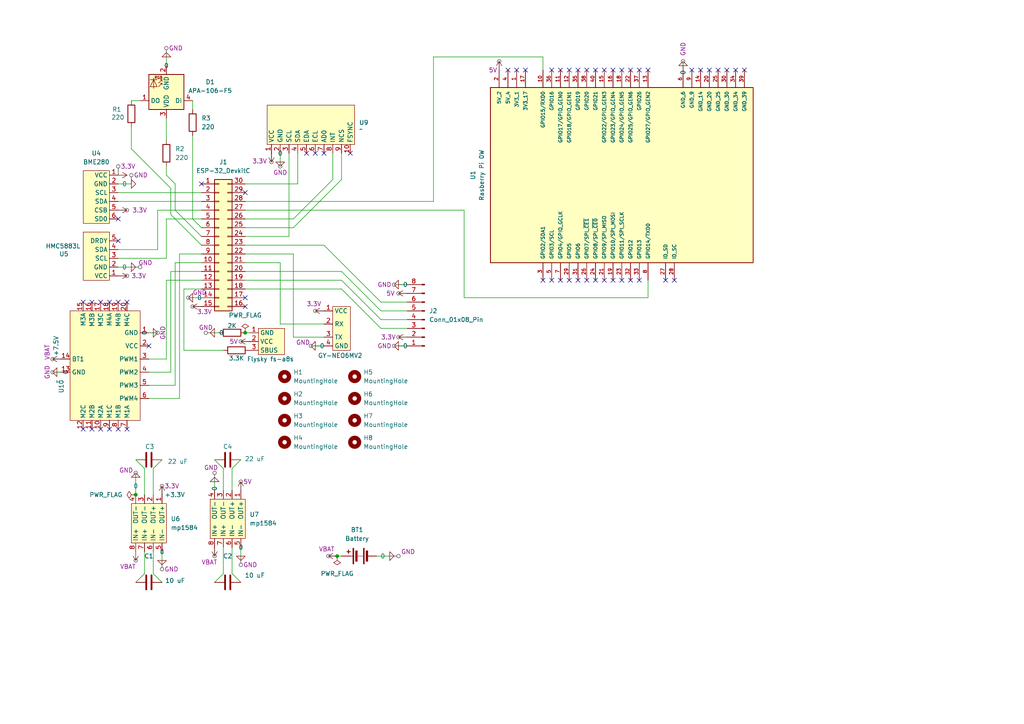
<source format=kicad_sch>
(kicad_sch (version 20250114) (generator "eeschema") (generator_version "9.0")
  (paper "A4")
  (lib_symbols
    (symbol "4x1_ESC:4x1_ESC"
      (property "Reference" "U" (at 0 5.08 0))
      (symbol "4x1_ESC_1_1"
        (rectangle (start -12.7 -6.35) (end 19.05 -26.67) (fill (type background)))
        (pin power_out line (at -15.24 -10.16 0) (length 2.54) (name "M4C") (number "20"))
        (pin power_out line (at -15.24 -12.7 0) (length 2.54) (name "M4B") (number "19"))
        (pin power_out line (at -15.24 -15.24 0) (length 2.54) (name "M4A") (number "18"))
        (pin power_out line (at -15.24 -17.78 0) (length 2.54) (name "M3C") (number "17"))
        (pin power_out line (at -15.24 -20.32 0) (length 2.54) (name "M3B") (number "16"))
        (pin power_out line (at -15.24 -22.86 0) (length 2.54) (name "M3A") (number "15"))
        (pin power_in line (at -6.35 -3.81 270) (length 2.54) (name "GND") (number "1"))
        (pin power_in line (at -2.54 -3.81 270) (length 2.54) (name "VCC") (number "2"))
        (pin input line (at 1.27 -3.81 270) (length 2.54) (name "PWM1") (number "3"))
        (pin power_in line (at 1.27 -29.21 90) (length 2.54) (name "BT1") (number "14"))
        (pin input line (at 5.08 -3.81 270) (length 2.54) (name "PWM2") (number "4"))
        (pin power_in line (at 5.08 -29.21 90) (length 2.54) (name "GND") (number "13"))
        (pin input line (at 8.89 -3.81 270) (length 2.54) (name "PWM3") (number "5"))
        (pin input line (at 12.7 -3.81 270) (length 2.54) (name "PWM4") (number "6"))
        (pin power_out line (at 21.59 -10.16 180) (length 2.54) (name "M1A") (number "7"))
        (pin power_out line (at 21.59 -12.7 180) (length 2.54) (name "M1B") (number "8"))
        (pin power_out line (at 21.59 -15.24 180) (length 2.54) (name "M1C") (number "9"))
        (pin power_out line (at 21.59 -17.78 180) (length 2.54) (name "M2A") (number "10"))
        (pin power_out line (at 21.59 -20.32 180) (length 2.54) (name "M2B") (number "11"))
        (pin power_out line (at 21.59 -22.86 180) (length 2.54) (name "M2C") (number "12"))
      )
    )
    (symbol "BME280:BME280m"
      (property "Reference" "U" (at 0 0 0))
      (property "Value" "BME280" (at 0 0 0))
      (symbol "BME280m_1_1"
        (rectangle (start -7.62 -2.54) (end 0 -17.78) (fill (type background)))
        (pin power_in line (at 2.54 -3.81 180) (length 2.54) (name "VCC") (number "1"))
        (pin power_in line (at 2.54 -6.35 180) (length 2.54) (name "GND") (number "2"))
        (pin input line (at 2.54 -8.89 180) (length 2.54) (name "SCL") (number "3"))
        (pin bidirectional line (at 2.54 -11.43 180) (length 2.54) (name "SDA") (number "4"))
        (pin input line (at 2.54 -13.97 180) (length 2.54) (name "CSB") (number "5"))
        (pin output line (at 2.54 -16.51 180) (length 2.54) (name "SD0") (number "6"))
      )
    )
    (symbol "Connector:Conn_01x08_Pin" (pin_names (offset 1.016) (hide yes))
      (property "Reference" "J" (at 0 10.16 0))
      (property "Value" "Conn_01x08_Pin" (at 0 -12.7 0))
      (symbol "Conn_01x08_Pin_1_1"
        (rectangle (start 0.8636 7.747) (end 0 7.493) (stroke (width 0.1524)) (fill (type outline)))
        (rectangle (start 0.8636 5.207) (end 0 4.953) (stroke (width 0.1524)) (fill (type outline)))
        (rectangle (start 0.8636 2.667) (end 0 2.413) (stroke (width 0.1524)) (fill (type outline)))
        (rectangle (start 0.8636 0.127) (end 0 -0.127) (stroke (width 0.1524)) (fill (type outline)))
        (rectangle (start 0.8636 -2.413) (end 0 -2.667) (stroke (width 0.1524)) (fill (type outline)))
        (rectangle (start 0.8636 -4.953) (end 0 -5.207) (stroke (width 0.1524)) (fill (type outline)))
        (rectangle (start 0.8636 -7.493) (end 0 -7.747) (stroke (width 0.1524)) (fill (type outline)))
        (rectangle (start 0.8636 -10.033) (end 0 -10.287) (stroke (width 0.1524)) (fill (type outline)))
        (polyline (pts (xy 1.27 7.62) (xy 0.8636 7.62)) (stroke (width 0.1524)))
        (polyline (pts (xy 1.27 5.08) (xy 0.8636 5.08)) (stroke (width 0.1524)))
        (polyline (pts (xy 1.27 2.54) (xy 0.8636 2.54)) (stroke (width 0.1524)))
        (polyline (pts (xy 1.27 0) (xy 0.8636 0)) (stroke (width 0.1524)))
        (polyline (pts (xy 1.27 -2.54) (xy 0.8636 -2.54)) (stroke (width 0.1524)))
        (polyline (pts (xy 1.27 -5.08) (xy 0.8636 -5.08)) (stroke (width 0.1524)))
        (polyline (pts (xy 1.27 -7.62) (xy 0.8636 -7.62)) (stroke (width 0.1524)))
        (polyline (pts (xy 1.27 -10.16) (xy 0.8636 -10.16)) (stroke (width 0.1524)))
        (pin passive line (at 5.08 7.62 180) (length 3.81) (name "Pin_1") (number "1"))
        (pin passive line (at 5.08 5.08 180) (length 3.81) (name "Pin_2") (number "2"))
        (pin passive line (at 5.08 2.54 180) (length 3.81) (name "Pin_3") (number "3"))
        (pin passive line (at 5.08 0 180) (length 3.81) (name "Pin_4") (number "4"))
        (pin passive line (at 5.08 -2.54 180) (length 3.81) (name "Pin_5") (number "5"))
        (pin passive line (at 5.08 -5.08 180) (length 3.81) (name "Pin_6") (number "6"))
        (pin passive line (at 5.08 -7.62 180) (length 3.81) (name "Pin_7") (number "7"))
        (pin passive line (at 5.08 -10.16 180) (length 3.81) (name "Pin_8") (number "8"))
      )
    )
    (symbol "Connector_Generic:Conn_02x15_Counter_Clockwise" (pin_names (offset 1.016) (hide yes))
      (property "Reference" "J" (at 1.27 20.32 0))
      (property "Value" "Conn_02x15_Counter_Clockwise" (at 1.27 -20.32 0))
      (symbol "Conn_02x15_Counter_Clockwise_1_1"
        (rectangle (start -1.27 19.05) (end 3.81 -19.05) (stroke (width 0.254)) (fill (type background)))
        (rectangle (start -1.27 17.907) (end 0 17.653) (stroke (width 0.1524)))
        (rectangle (start -1.27 15.367) (end 0 15.113) (stroke (width 0.1524)))
        (rectangle (start -1.27 12.827) (end 0 12.573) (stroke (width 0.1524)))
        (rectangle (start -1.27 10.287) (end 0 10.033) (stroke (width 0.1524)))
        (rectangle (start -1.27 7.747) (end 0 7.493) (stroke (width 0.1524)))
        (rectangle (start -1.27 5.207) (end 0 4.953) (stroke (width 0.1524)))
        (rectangle (start -1.27 2.667) (end 0 2.413) (stroke (width 0.1524)))
        (rectangle (start -1.27 0.127) (end 0 -0.127) (stroke (width 0.1524)))
        (rectangle (start -1.27 -2.413) (end 0 -2.667) (stroke (width 0.1524)))
        (rectangle (start -1.27 -4.953) (end 0 -5.207) (stroke (width 0.1524)))
        (rectangle (start -1.27 -7.493) (end 0 -7.747) (stroke (width 0.1524)))
        (rectangle (start -1.27 -10.033) (end 0 -10.287) (stroke (width 0.1524)))
        (rectangle (start -1.27 -12.573) (end 0 -12.827) (stroke (width 0.1524)))
        (rectangle (start -1.27 -15.113) (end 0 -15.367) (stroke (width 0.1524)))
        (rectangle (start -1.27 -17.653) (end 0 -17.907) (stroke (width 0.1524)))
        (rectangle (start 3.81 17.907) (end 2.54 17.653) (stroke (width 0.1524)))
        (rectangle (start 3.81 15.367) (end 2.54 15.113) (stroke (width 0.1524)))
        (rectangle (start 3.81 12.827) (end 2.54 12.573) (stroke (width 0.1524)))
        (rectangle (start 3.81 10.287) (end 2.54 10.033) (stroke (width 0.1524)))
        (rectangle (start 3.81 7.747) (end 2.54 7.493) (stroke (width 0.1524)))
        (rectangle (start 3.81 5.207) (end 2.54 4.953) (stroke (width 0.1524)))
        (rectangle (start 3.81 2.667) (end 2.54 2.413) (stroke (width 0.1524)))
        (rectangle (start 3.81 0.127) (end 2.54 -0.127) (stroke (width 0.1524)))
        (rectangle (start 3.81 -2.413) (end 2.54 -2.667) (stroke (width 0.1524)))
        (rectangle (start 3.81 -4.953) (end 2.54 -5.207) (stroke (width 0.1524)))
        (rectangle (start 3.81 -7.493) (end 2.54 -7.747) (stroke (width 0.1524)))
        (rectangle (start 3.81 -10.033) (end 2.54 -10.287) (stroke (width 0.1524)))
        (rectangle (start 3.81 -12.573) (end 2.54 -12.827) (stroke (width 0.1524)))
        (rectangle (start 3.81 -15.113) (end 2.54 -15.367) (stroke (width 0.1524)))
        (rectangle (start 3.81 -17.653) (end 2.54 -17.907) (stroke (width 0.1524)))
        (pin passive line (at -5.08 17.78 0) (length 3.81) (name "Pin_1") (number "1"))
        (pin passive line (at -5.08 15.24 0) (length 3.81) (name "Pin_2") (number "2"))
        (pin passive line (at -5.08 12.7 0) (length 3.81) (name "Pin_3") (number "3"))
        (pin passive line (at -5.08 10.16 0) (length 3.81) (name "Pin_4") (number "4"))
        (pin passive line (at -5.08 7.62 0) (length 3.81) (name "Pin_5") (number "5"))
        (pin passive line (at -5.08 5.08 0) (length 3.81) (name "Pin_6") (number "6"))
        (pin passive line (at -5.08 2.54 0) (length 3.81) (name "Pin_7") (number "7"))
        (pin passive line (at -5.08 0 0) (length 3.81) (name "Pin_8") (number "8"))
        (pin passive line (at -5.08 -2.54 0) (length 3.81) (name "Pin_9") (number "9"))
        (pin passive line (at -5.08 -5.08 0) (length 3.81) (name "Pin_10") (number "10"))
        (pin passive line (at -5.08 -7.62 0) (length 3.81) (name "Pin_11") (number "11"))
        (pin passive line (at -5.08 -10.16 0) (length 3.81) (name "Pin_12") (number "12"))
        (pin passive line (at -5.08 -12.7 0) (length 3.81) (name "Pin_13") (number "13"))
        (pin passive line (at -5.08 -15.24 0) (length 3.81) (name "Pin_14") (number "14"))
        (pin passive line (at -5.08 -17.78 0) (length 3.81) (name "Pin_15") (number "15"))
        (pin passive line (at 7.62 17.78 180) (length 3.81) (name "Pin_30") (number "30"))
        (pin passive line (at 7.62 15.24 180) (length 3.81) (name "Pin_29") (number "29"))
        (pin passive line (at 7.62 12.7 180) (length 3.81) (name "Pin_28") (number "28"))
        (pin passive line (at 7.62 10.16 180) (length 3.81) (name "Pin_27") (number "27"))
        (pin passive line (at 7.62 7.62 180) (length 3.81) (name "Pin_26") (number "26"))
        (pin passive line (at 7.62 5.08 180) (length 3.81) (name "Pin_25") (number "25"))
        (pin passive line (at 7.62 2.54 180) (length 3.81) (name "Pin_24") (number "24"))
        (pin passive line (at 7.62 0 180) (length 3.81) (name "Pin_23") (number "23"))
        (pin passive line (at 7.62 -2.54 180) (length 3.81) (name "Pin_22") (number "22"))
        (pin passive line (at 7.62 -5.08 180) (length 3.81) (name "Pin_21") (number "21"))
        (pin passive line (at 7.62 -7.62 180) (length 3.81) (name "Pin_20") (number "20"))
        (pin passive line (at 7.62 -10.16 180) (length 3.81) (name "Pin_19") (number "19"))
        (pin passive line (at 7.62 -12.7 180) (length 3.81) (name "Pin_18") (number "18"))
        (pin passive line (at 7.62 -15.24 180) (length 3.81) (name "Pin_17") (number "17"))
        (pin passive line (at 7.62 -17.78 180) (length 3.81) (name "Pin_16") (number "16"))
      )
    )
    (symbol "Device:Battery" (pin_numbers (hide yes)) (pin_names (offset 0) (hide yes))
      (property "Reference" "BT" (at 2.54 2.54 0))
      (property "Value" "Battery" (at 2.54 0 0))
      (symbol "Battery_0_1"
        (rectangle (start -2.286 1.778) (end 2.286 1.524) (fill (type outline)))
        (rectangle (start -2.286 -1.27) (end 2.286 -1.524) (fill (type outline)))
        (rectangle (start -1.524 1.016) (end 1.524 0.508) (fill (type outline)))
        (rectangle (start -1.524 -2.032) (end 1.524 -2.54) (fill (type outline)))
        (polyline (pts (xy 0 1.778) (xy 0 2.54)))
        (polyline (pts (xy 0 0) (xy 0 0.254)))
        (polyline (pts (xy 0 -0.508) (xy 0 -0.254)))
        (polyline (pts (xy 0 -1.016) (xy 0 -0.762)))
        (polyline (pts (xy 0.762 3.048) (xy 1.778 3.048)) (stroke (width 0.254)))
        (polyline (pts (xy 1.27 3.556) (xy 1.27 2.54)) (stroke (width 0.254)))
      )
      (symbol "Battery_1_1"
        (pin passive line (at 0 5.08 270) (length 2.54) (name "+") (number "1"))
        (pin passive line (at 0 -5.08 90) (length 2.54) (name "-") (number "2"))
      )
    )
    (symbol "Device:C" (pin_numbers (hide yes)) (pin_names (offset 0.254))
      (property "Reference" "C" (at 0.635 2.54 0))
      (property "Value" "C" (at 0.635 -2.54 0))
      (symbol "C_0_1"
        (polyline (pts (xy -2.032 0.762) (xy 2.032 0.762)) (stroke (width 0.508)))
        (polyline (pts (xy -2.032 -0.762) (xy 2.032 -0.762)) (stroke (width 0.508)))
      )
      (symbol "C_1_1"
        (pin passive line (at 0 3.81 270) (length 2.794) (name "~") (number "1"))
        (pin passive line (at 0 -3.81 90) (length 2.794) (name "~") (number "2"))
      )
    )
    (symbol "Device:R" (pin_numbers (hide yes)) (pin_names (offset 0))
      (property "Reference" "R" (at 2.032 0 90))
      (property "Value" "R" (at 0 0 90))
      (symbol "R_0_1"
        (rectangle (start -1.016 -2.54) (end 1.016 2.54) (stroke (width 0.254)))
      )
      (symbol "R_1_1"
        (pin passive line (at 0 3.81 270) (length 1.27) (name "~") (number "1"))
        (pin passive line (at 0 -3.81 90) (length 1.27) (name "~") (number "2"))
      )
    )
    (symbol "GY-NEO6MV2:GY-NEO6MV2m"
      (property "Reference" "U" (at 0 0 0))
      (property "Value" "GY-NEO6MV2" (at 0 0 0))
      (symbol "GY-NEO6MV2m_1_1"
        (rectangle (start -6.35 -2.54) (end 6.35 -7.62) (fill (type background)))
        (pin power_in line (at -5.08 -10.16 90) (length 2.54) (name "VCC") (number "1"))
        (pin input line (at -1.27 -10.16 90) (length 2.54) (name "RX") (number "2"))
        (pin output line (at 2.54 -10.16 90) (length 2.54) (name "TX") (number "3"))
        (pin power_in line (at 5.08 -10.16 90) (length 2.54) (name "GND") (number "4"))
      )
    )
    (symbol "HMC5883L_module:HMC5883Lm"
      (property "Reference" "U" (at 0 0 0))
      (property "Value" "HMC5883L" (at 0 0 0))
      (symbol "HMC5883Lm_1_1"
        (rectangle (start 0 -2.54) (end 7.62 -16.51) (fill (type background)))
        (pin input line (at -2.54 -3.81 0) (length 2.54) (name "VCC") (number "1"))
        (pin power_in line (at -2.54 -6.35 0) (length 2.54) (name "GND") (number "2"))
        (pin input line (at -2.54 -8.89 0) (length 2.54) (name "SCL") (number "3"))
        (pin bidirectional line (at -2.54 -11.43 0) (length 2.54) (name "SDA") (number "4"))
        (pin output line (at -2.54 -13.97 0) (length 2.54) (name "DRDY") (number "5"))
      )
    )
    (symbol "LED:APA-106-F5"
      (property "Reference" "D" (at 5.08 5.715 0))
      (property "Value" "APA-106-F5" (at 1.27 -5.715 0))
      (symbol "APA-106-F5_0_0"
        (text "RGB" (at 2.286 -4.191 0) (effects (font (size 0.762 0.762))))
      )
      (symbol "APA-106-F5_0_1"
        (polyline (pts (xy 1.27 -2.54) (xy 1.778 -2.54)))
        (polyline (pts (xy 1.27 -3.556) (xy 1.778 -3.556)))
        (polyline (pts (xy 2.286 -1.524) (xy 1.27 -2.54) (xy 1.27 -2.032)))
        (polyline (pts (xy 2.286 -2.54) (xy 1.27 -3.556) (xy 1.27 -3.048)))
        (polyline (pts (xy 3.683 -1.016) (xy 3.683 -3.556) (xy 3.683 -4.064)))
        (polyline (pts (xy 4.699 -1.524) (xy 2.667 -1.524) (xy 3.683 -3.556) (xy 4.699 -1.524)))
        (polyline (pts (xy 4.699 -3.556) (xy 2.667 -3.556)))
        (rectangle (start 5.08 5.08) (end -5.08 -5.08) (stroke (width 0.254)) (fill (type background)))
      )
      (symbol "APA-106-F5_1_1"
        (pin input line (at -7.62 2.54 0) (length 2.54) (name "DI") (number "4"))
        (pin power_in line (at 0 7.62 270) (length 2.54) (name "VDD") (number "3"))
        (pin power_in line (at 0 -7.62 90) (length 2.54) (name "GND") (number "2"))
        (pin output line (at 7.62 2.54 180) (length 2.54) (name "DO") (number "1"))
      )
    )
    (symbol "MPU6500:MPU6500m"
      (property "Reference" "U" (at 0 0 0))
      (symbol "MPU6500m_1_1"
        (rectangle (start 0 -2.54) (end 11.43 -27.94) (fill (type background)))
        (pin power_in line (at -2.54 -3.81 0) (length 2.54) (name "VCC") (number "1"))
        (pin power_in line (at -2.54 -6.35 0) (length 2.54) (name "GND") (number "2"))
        (pin input line (at -2.54 -8.89 0) (length 2.54) (name "SCL") (number "3"))
        (pin bidirectional line (at -2.54 -11.43 0) (length 2.54) (name "SDA") (number "4"))
        (pin bidirectional line (at -2.54 -13.97 0) (length 2.54) (name "EDA") (number "5"))
        (pin output line (at -2.54 -16.51 0) (length 2.54) (name "ECL") (number "6"))
        (pin input line (at -2.54 -19.05 0) (length 2.54) (name "AD0") (number "7"))
        (pin output line (at -2.54 -21.59 0) (length 2.54) (name "INT") (number "8"))
        (pin input line (at -2.54 -24.13 0) (length 2.54) (name "NCS") (number "9"))
        (pin input line (at -2.54 -26.67 0) (length 2.54) (name "FSYNC") (number "10"))
      )
    )
    (symbol "Mechanical:MountingHole" (pin_names (offset 1.016)) (exclude_from_sim yes) (in_bom no)
      (property "Reference" "H" (at 0 5.08 0))
      (property "Value" "MountingHole" (at 0 3.175 0))
      (symbol "MountingHole_0_1"
        (circle (center 0 0) (radius 1.27) (stroke (width 1.27)))
      )
    )
    (symbol "Rasberry Pi 0W:SC0065" (pin_names (offset 1.016))
      (property "Reference" "U" (at -25.42 39.3962 0))
      (property "Value" "SC0065" (at -25.4191 -40.6687 0))
      (symbol "SC0065_0_0"
        (rectangle (start -25.4 -38.1) (end 25.4 38.1) (stroke (width 0.254)) (fill (type background)))
        (pin bidirectional line (at -30.48 22.86 0) (length 5.08) (name "GPIO2/SDA1") (number "3"))
        (pin bidirectional line (at -30.48 20.32 0) (length 5.08) (name "GPIO3/SCL") (number "5"))
        (pin bidirectional line (at -30.48 17.78 0) (length 5.08) (name "GPIO4/GPIO_GCLK") (number "7"))
        (pin bidirectional line (at -30.48 15.24 0) (length 5.08) (name "GPIO5") (number "29"))
        (pin bidirectional line (at -30.48 12.7 0) (length 5.08) (name "GPIO6") (number "31"))
        (pin bidirectional line (at -30.48 10.16 0) (length 5.08) (name "GPIO7/SPI_~{CE1}") (number "26"))
        (pin bidirectional line (at -30.48 7.62 0) (length 5.08) (name "GPIO8/SPI_~{CE0}") (number "24"))
        (pin bidirectional line (at -30.48 5.08 0) (length 5.08) (name "GPIO9/SPI_MISO") (number "21"))
        (pin bidirectional line (at -30.48 2.54 0) (length 5.08) (name "GPIO10/SPI_MOSI") (number "19"))
        (pin bidirectional line (at -30.48 0 0) (length 5.08) (name "GPIO11/SPI_SCLK") (number "23"))
        (pin bidirectional line (at -30.48 -2.54 0) (length 5.08) (name "GPIO12") (number "32"))
        (pin bidirectional line (at -30.48 -5.08 0) (length 5.08) (name "GPIO13") (number "33"))
        (pin bidirectional line (at -30.48 -7.62 0) (length 5.08) (name "GPIO14/TXD0") (number "8"))
        (pin bidirectional line (at -30.48 -12.7 0) (length 5.08) (name "ID_SD") (number "27"))
        (pin bidirectional line (at -30.48 -15.24 0) (length 5.08) (name "ID_SC") (number "28"))
        (pin power_in line (at 30.48 35.56 180) (length 5.08) (name "5V_2") (number "2"))
        (pin power_in line (at 30.48 33.02 180) (length 5.08) (name "5V_4") (number "4"))
        (pin power_in line (at 30.48 30.48 180) (length 5.08) (name "3V3_1") (number "1"))
        (pin power_in line (at 30.48 27.94 180) (length 5.08) (name "3V3_17") (number "17"))
        (pin bidirectional line (at 30.48 22.86 180) (length 5.08) (name "GPIO15/RXD0") (number "10"))
        (pin bidirectional line (at 30.48 20.32 180) (length 5.08) (name "GPIO16") (number "36"))
        (pin bidirectional line (at 30.48 17.78 180) (length 5.08) (name "GPIO17/GPIO_GEN0") (number "11"))
        (pin bidirectional line (at 30.48 15.24 180) (length 5.08) (name "GPIO18/GPIO_GEN1") (number "12"))
        (pin bidirectional line (at 30.48 12.7 180) (length 5.08) (name "GPIO19") (number "35"))
        (pin bidirectional line (at 30.48 10.16 180) (length 5.08) (name "GPIO20") (number "38"))
        (pin bidirectional line (at 30.48 7.62 180) (length 5.08) (name "GPIO21") (number "40"))
        (pin bidirectional line (at 30.48 5.08 180) (length 5.08) (name "GPIO22/GPIO_GEN3") (number "15"))
        (pin bidirectional line (at 30.48 2.54 180) (length 5.08) (name "GPIO23/GPIO_GEN4") (number "16"))
        (pin bidirectional line (at 30.48 0 180) (length 5.08) (name "GPIO24/GPIO_GEN5") (number "18"))
        (pin bidirectional line (at 30.48 -2.54 180) (length 5.08) (name "GPIO25/GPIO_GEN6") (number "22"))
        (pin bidirectional line (at 30.48 -5.08 180) (length 5.08) (name "GPIO26") (number "37"))
        (pin bidirectional line (at 30.48 -7.62 180) (length 5.08) (name "GPIO27/GPIO_GEN2") (number "13"))
        (pin power_in line (at 30.48 -17.78 180) (length 5.08) (name "GND_6") (number "6"))
        (pin power_in line (at 30.48 -20.32 180) (length 5.08) (name "GND_9") (number "9"))
        (pin power_in line (at 30.48 -22.86 180) (length 5.08) (name "GND_14") (number "14"))
        (pin power_in line (at 30.48 -25.4 180) (length 5.08) (name "GND_20") (number "20"))
        (pin power_in line (at 30.48 -27.94 180) (length 5.08) (name "GND_25") (number "25"))
        (pin power_in line (at 30.48 -30.48 180) (length 5.08) (name "GND_30") (number "30"))
        (pin power_in line (at 30.48 -33.02 180) (length 5.08) (name "GND_34") (number "34"))
        (pin power_in line (at 30.48 -35.56 180) (length 5.08) (name "GND_39") (number "39"))
      )
    )
    (symbol "Simulation_SPICE:0" (power) (pin_numbers (hide yes)) (pin_names (offset 0) (hide yes))
      (property "Value" "0" (at 0 -2.54 0))
      (symbol "0_0_1"
        (polyline (pts (xy -1.27 0) (xy 0 -1.27) (xy 1.27 0) (xy -1.27 0)))
      )
      (symbol "0_1_1"
        (pin power_in line (at 0 0 0) (length 0) (name "~") (number "1"))
      )
    )
    (symbol "flysky fs-a8s:Flysky_fs-a8s"
      (property "Reference" "U" (at 0 0 0))
      (property "Value" "Flysky fs-a8s" (at 7.366 -2.032 0))
      (symbol "Flysky_fs-a8s_1_1"
        (rectangle (start 0 -3.81) (end 7.62 -11.43) (fill (type background)))
        (pin power_in line (at -2.54 -5.08 0) (length 2.54) (name "GND") (number "1"))
        (pin power_in line (at -2.54 -7.62 0) (length 2.54) (name "VCC") (number "2"))
        (pin output line (at -2.54 -10.16 0) (length 2.54) (name "SBUS") (number "3"))
      )
    )
    (symbol "mp1584:mp1584m"
      (property "Reference" "U" (at 0 0 0))
      (property "Value" "mp1584" (at 7.874 -10.922 0))
      (symbol "mp1584m_1_1"
        (rectangle (start 2.54 -12.7) (end 13.97 -22.86) (fill (type background)))
        (pin power_out line (at 0 -13.97 0) (length 2.54) (name "OUT+") (number "1"))
        (pin passive line (at 0 -16.51 0) (length 2.54) (name "OUT+") (number "2"))
        (pin passive line (at 0 -19.05 0) (length 2.54) (name "OUT-") (number "3"))
        (pin power_in line (at 0 -21.59 0) (length 2.54) (name "OUT-") (number "4"))
        (pin power_in line (at 16.51 -13.97 180) (length 2.54) (name "IN-") (number "5"))
        (pin passive line (at 16.51 -16.51 180) (length 2.54) (name "IN-") (number "6"))
        (pin passive line (at 16.51 -19.05 180) (length 2.54) (name "IN+") (number "7"))
        (pin power_in line (at 16.51 -21.59 180) (length 2.54) (name "IN+") (number "8"))
      )
    )
    (symbol "power:+3.3V" (power) (pin_numbers (hide yes)) (pin_names (offset 0) (hide yes))
      (property "Value" "+3.3V" (at 0 3.556 0))
      (symbol "+3.3V_0_1"
        (polyline (pts (xy -0.762 1.27) (xy 0 2.54)))
        (polyline (pts (xy 0 2.54) (xy 0.762 1.27)))
        (polyline (pts (xy 0 0) (xy 0 2.54)))
      )
      (symbol "+3.3V_1_1"
        (pin power_in line (at 0 0 90) (length 0) (name "~") (number "1"))
      )
    )
    (symbol "power:+5V" (power) (pin_numbers (hide yes)) (pin_names (offset 0) (hide yes))
      (property "Value" "+5V" (at 0 3.556 0))
      (symbol "+5V_0_1"
        (polyline (pts (xy -0.762 1.27) (xy 0 2.54)))
        (polyline (pts (xy 0 2.54) (xy 0.762 1.27)))
        (polyline (pts (xy 0 0) (xy 0 2.54)))
      )
      (symbol "+5V_1_1"
        (pin power_in line (at 0 0 90) (length 0) (name "~") (number "1"))
      )
    )
    (symbol "power:+7.5V" (power) (pin_numbers (hide yes)) (pin_names (offset 0) (hide yes))
      (property "Value" "+7.5V" (at 0 3.556 0))
      (symbol "+7.5V_0_1"
        (polyline (pts (xy -0.762 1.27) (xy 0 2.54)))
        (polyline (pts (xy 0 2.54) (xy 0.762 1.27)))
        (polyline (pts (xy 0 0) (xy 0 2.54)))
      )
      (symbol "+7.5V_1_1"
        (pin power_in line (at 0 0 90) (length 0) (name "~") (number "1"))
      )
    )
    (symbol "power:PWR_FLAG" (power) (pin_numbers (hide yes)) (pin_names (offset 0) (hide yes))
      (property "Value" "PWR_FLAG" (at 0 3.81 0))
      (symbol "PWR_FLAG_0_0"
        (pin power_out line (at 0 0 90) (length 0) (name "~") (number "1"))
      )
      (symbol "PWR_FLAG_0_1"
        (polyline (pts (xy 0 0) (xy 0 1.27) (xy -1.016 1.905) (xy 0 2.54) (xy 1.016 1.905) (xy 0 1.27)))
      )
    )
  )
  (junction (at 71.12 96.52))
  (junction (at 39.37 143.51))
  (junction (at 97.79 161.29))
  (no_connect (at 208.28 20.32))
  (no_connect (at 29.21 124.46))
  (no_connect (at 195.58 81.28))
  (no_connect (at 213.36 20.32))
  (no_connect (at 58.42 53.34))
  (no_connect (at 187.96 20.32))
  (no_connect (at 203.2 20.32))
  (no_connect (at 193.04 81.28))
  (no_connect (at 182.88 20.32))
  (no_connect (at 215.9 20.32))
  (no_connect (at 185.42 81.28))
  (no_connect (at 93.98 44.45))
  (no_connect (at 34.29 69.85))
  (no_connect (at 152.4 20.32))
  (no_connect (at 165.1 81.28))
  (no_connect (at 34.29 124.46))
  (no_connect (at 170.18 20.32))
  (no_connect (at 160.02 20.32))
  (no_connect (at 177.8 81.28))
  (no_connect (at 175.26 20.32))
  (no_connect (at 34.29 63.5))
  (no_connect (at 165.1 20.32))
  (no_connect (at 157.48 81.28))
  (no_connect (at 180.34 81.28))
  (no_connect (at 162.56 81.28))
  (no_connect (at 36.83 124.46))
  (no_connect (at 172.72 20.32))
  (no_connect (at 182.88 81.28))
  (no_connect (at 160.02 81.28))
  (no_connect (at 210.82 20.32))
  (no_connect (at 34.29 87.63))
  (no_connect (at 167.64 81.28))
  (no_connect (at 71.12 55.88))
  (no_connect (at 24.13 87.63))
  (no_connect (at 36.83 87.63))
  (no_connect (at 167.64 20.32))
  (no_connect (at 26.67 124.46))
  (no_connect (at 91.44 44.45))
  (no_connect (at 180.34 20.32))
  (no_connect (at 162.56 20.32))
  (no_connect (at 177.8 20.32))
  (no_connect (at 71.12 86.36))
  (no_connect (at 175.26 81.28))
  (no_connect (at 29.21 87.63))
  (no_connect (at 24.13 124.46))
  (no_connect (at 170.18 81.28))
  (no_connect (at 88.9 44.45))
  (no_connect (at 31.75 87.63))
  (no_connect (at 185.42 20.32))
  (no_connect (at 205.74 20.32))
  (no_connect (at 31.75 124.46))
  (no_connect (at 26.67 87.63))
  (no_connect (at 43.18 100.33))
  (no_connect (at 147.32 20.32))
  (no_connect (at 200.66 20.32))
  (no_connect (at 101.6 44.45))
  (no_connect (at 71.12 88.9))
  (no_connect (at 149.86 20.32))
  (no_connect (at 172.72 81.28))
  (wire (pts (xy 97.79 161.29) (xy 99.06 161.29)))
  (wire (pts (xy 81.28 76.2) (xy 81.28 93.98)))
  (wire (pts (xy 48.26 34.29) (xy 48.26 40.64)))
  (wire (pts (xy 34.29 58.42) (xy 58.42 58.42)))
  (wire (pts (xy 81.28 93.98) (xy 93.98 93.98)))
  (wire (pts (xy 44.45 96.52) (xy 43.18 96.52)))
  (wire (pts (xy 49.53 78.74) (xy 58.42 78.74)))
  (wire (pts (xy 71.12 78.74) (xy 99.06 78.74)))
  (wire (pts (xy 64.77 135.89) (xy 62.23 133.35)))
  (wire (pts (xy 50.8 76.2) (xy 58.42 76.2)))
  (wire (pts (xy 71.12 66.04) (xy 85.09 66.04)))
  (wire (pts (xy 198.12 20.32) (xy 198.12 19.05)))
  (wire (pts (xy 71.12 83.82) (xy 99.06 83.82)))
  (wire (pts (xy 134.62 86.36) (xy 187.96 86.36)))
  (wire (pts (xy 17.78 107.95) (xy 16.51 107.95)))
  (wire (pts (xy 62.23 96.52) (xy 63.5 96.52)))
  (wire (pts (xy 49.53 62.23) (xy 58.42 71.12)))
  (wire (pts (xy 41.91 135.89) (xy 39.37 133.35)))
  (wire (pts (xy 81.28 76.2) (xy 71.12 76.2)))
  (wire (pts (xy 86.36 53.34) (xy 71.12 53.34)))
  (wire (pts (xy 34.29 55.88) (xy 58.42 55.88)))
  (wire (pts (xy 49.53 54.61) (xy 49.53 62.23)))
  (wire (pts (xy 55.88 39.37) (xy 55.88 63.5)))
  (wire (pts (xy 48.26 16.51) (xy 48.26 19.05)))
  (wire (pts (xy 44.45 166.37) (xy 46.99 168.91)))
  (wire (pts (xy 115.57 100.33) (xy 118.11 100.33)))
  (wire (pts (xy 99.06 44.45) (xy 99.06 52.07)))
  (wire (pts (xy 99.06 83.82) (xy 110.49 95.25)))
  (wire (pts (xy 39.37 138.43) (xy 39.37 143.51)))
  (wire (pts (xy 125.73 16.51) (xy 125.73 58.42)))
  (wire (pts (xy 43.18 107.95) (xy 49.53 107.95)))
  (wire (pts (xy 71.12 63.5) (xy 85.09 63.5)))
  (wire (pts (xy 48.26 74.93) (xy 48.26 63.5)))
  (wire (pts (xy 46.99 160.02) (xy 46.99 162.56)))
  (wire (pts (xy 85.09 97.79) (xy 93.98 97.79)))
  (wire (pts (xy 48.26 104.14) (xy 48.26 81.28)))
  (wire (pts (xy 157.48 20.32) (xy 157.48 16.51)))
  (wire (pts (xy 110.49 92.71) (xy 99.06 81.28)))
  (wire (pts (xy 118.11 95.25) (xy 110.49 95.25)))
  (wire (pts (xy 50.8 60.96) (xy 58.42 68.58)))
  (wire (pts (xy 48.26 50.8) (xy 50.8 53.34)))
  (wire (pts (xy 48.26 81.28) (xy 58.42 81.28)))
  (wire (pts (xy 48.26 48.26) (xy 48.26 50.8)))
  (wire (pts (xy 81.28 44.45) (xy 81.28 46.99)))
  (wire (pts (xy 91.44 100.33) (xy 93.98 100.33)))
  (wire (pts (xy 41.91 143.51) (xy 41.91 135.89)))
  (wire (pts (xy 110.49 87.63) (xy 93.98 71.12)))
  (wire (pts (xy 71.12 71.12) (xy 93.98 71.12)))
  (wire (pts (xy 43.18 115.57) (xy 52.07 115.57)))
  (wire (pts (xy 44.45 135.89) (xy 46.99 133.35)))
  (wire (pts (xy 45.72 72.39) (xy 45.72 60.96)))
  (wire (pts (xy 71.12 81.28) (xy 99.06 81.28)))
  (wire (pts (xy 38.1 43.18) (xy 49.53 54.61)))
  (wire (pts (xy 41.91 166.37) (xy 39.37 168.91)))
  (wire (pts (xy 86.36 44.45) (xy 86.36 53.34)))
  (wire (pts (xy 44.45 160.02) (xy 44.45 166.37)))
  (wire (pts (xy 43.18 104.14) (xy 48.26 104.14)))
  (wire (pts (xy 45.72 60.96) (xy 58.42 60.96)))
  (wire (pts (xy 34.29 53.34) (xy 38.1 53.34)))
  (wire (pts (xy 85.09 73.66) (xy 71.12 73.66)))
  (wire (pts (xy 64.77 158.75) (xy 64.77 166.37)))
  (wire (pts (xy 55.88 29.21) (xy 55.88 31.75)))
  (wire (pts (xy 125.73 58.42) (xy 71.12 58.42)))
  (wire (pts (xy 50.8 111.76) (xy 50.8 76.2)))
  (wire (pts (xy 83.82 68.58) (xy 71.12 68.58)))
  (wire (pts (xy 134.62 60.96) (xy 71.12 60.96)))
  (wire (pts (xy 69.85 158.75) (xy 69.85 161.29)))
  (wire (pts (xy 62.23 139.7) (xy 62.23 142.24)))
  (wire (pts (xy 118.11 90.17) (xy 110.49 90.17)))
  (wire (pts (xy 43.18 111.76) (xy 50.8 111.76)))
  (wire (pts (xy 53.34 101.6) (xy 64.77 101.6)))
  (wire (pts (xy 85.09 73.66) (xy 85.09 97.79)))
  (wire (pts (xy 55.88 86.36) (xy 58.42 86.36)))
  (wire (pts (xy 187.96 86.36) (xy 187.96 81.28)))
  (wire (pts (xy 67.31 142.24) (xy 67.31 135.89)))
  (wire (pts (xy 49.53 107.95) (xy 49.53 78.74)))
  (wire (pts (xy 85.09 63.5) (xy 96.52 52.07)))
  (wire (pts (xy 38.1 36.83) (xy 38.1 43.18)))
  (wire (pts (xy 48.26 63.5) (xy 58.42 63.5)))
  (wire (pts (xy 134.62 60.96) (xy 134.62 86.36)))
  (wire (pts (xy 115.57 82.55) (xy 118.11 82.55)))
  (wire (pts (xy 96.52 44.45) (xy 96.52 52.07)))
  (wire (pts (xy 38.1 77.47) (xy 34.29 77.47)))
  (wire (pts (xy 118.11 92.71) (xy 110.49 92.71)))
  (wire (pts (xy 85.09 66.04) (xy 99.06 52.07)))
  (wire (pts (xy 71.12 96.52) (xy 72.39 96.52)))
  (wire (pts (xy 34.29 74.93) (xy 48.26 74.93)))
  (wire (pts (xy 34.29 72.39) (xy 45.72 72.39)))
  (wire (pts (xy 67.31 166.37) (xy 69.85 168.91)))
  (wire (pts (xy 52.07 73.66) (xy 58.42 73.66)))
  (wire (pts (xy 50.8 53.34) (xy 50.8 60.96)))
  (wire (pts (xy 99.06 78.74) (xy 110.49 90.17)))
  (wire (pts (xy 44.45 143.51) (xy 44.45 135.89)))
  (wire (pts (xy 52.07 115.57) (xy 52.07 73.66)))
  (wire (pts (xy 109.22 161.29) (xy 113.03 161.29)))
  (wire (pts (xy 83.82 44.45) (xy 83.82 68.58)))
  (wire (pts (xy 67.31 135.89) (xy 69.85 133.35)))
  (wire (pts (xy 67.31 158.75) (xy 67.31 166.37)))
  (wire (pts (xy 157.48 16.51) (xy 125.73 16.51)))
  (wire (pts (xy 53.34 83.82) (xy 53.34 101.6)))
  (wire (pts (xy 64.77 142.24) (xy 64.77 135.89)))
  (wire (pts (xy 53.34 83.82) (xy 58.42 83.82)))
  (wire (pts (xy 110.49 87.63) (xy 118.11 87.63)))
  (wire (pts (xy 55.88 63.5) (xy 58.42 66.04)))
  (wire (pts (xy 64.77 166.37) (xy 62.23 168.91)))
  (wire (pts (xy 41.91 160.02) (xy 41.91 166.37)))
  (wire (pts (xy 38.1 29.21) (xy 40.64 29.21)))
  (netclass_flag "" (length 2.54) (shape round) (at 81.28 45.72 180) (property "Netclass" "GND" (at 79.248 50.038 0) (effects (justify left))))
  (netclass_flag "" (length 2.54) (shape round) (at 46.99 162.56 180) (property "Netclass" "GND" (at 47.6885 165.1 0) (effects (justify left))))
  (netclass_flag "" (length 2.54) (shape round) (at 46.99 143.51 0) (property "Netclass" "3.3V" (at 47.6885 140.97 0) (effects (justify left))))
  (netclass_flag "" (length 2.54) (shape round) (at 72.39 99.06 90) (property "Netclass" "5V" (at 66.548 99.06 0) (effects (justify left))))
  (netclass_flag "" (length 2.54) (shape round) (at 43.18 96.52 270) (property "Netclass" "GND" (at 47.244 94.488 90) (effects (justify right))))
  (netclass_flag "" (length 2.54) (shape round) (at 38.1 77.47 270) (property "Netclass" "GND" (at 40.132 76.2 0) (effects (justify left))))
  (netclass_flag "" (length 2.54) (shape round) (at 118.11 97.79 90) (property "Netclass" "3.3V" (at 110.49 97.79 0) (effects (justify left))))
  (netclass_flag "" (length 2.54) (shape round) (at 78.74 44.45 180) (property "Netclass" "3.3V" (at 73.152 46.736 0) (effects (justify left))))
  (netclass_flag "" (length 2.54) (shape round) (at 118.11 85.09 90) (property "Netclass" "5V" (at 112.014 85.09 0) (effects (justify left))))
  (netclass_flag "" (length 2.54) (shape round) (at 34.29 80.01 270) (property "Netclass" "3.3V" (at 38.1 80.01 0) (effects (justify left))))
  (netclass_flag "" (length 2.54) (shape round) (at 39.37 160.02 180) (property "Netclass" "VBAT" (at 34.798 164.338 0) (effects (justify left))))
  (netclass_flag "" (length 2.54) (shape round) (at 93.98 90.17 90) (property "Netclass" "3.3V" (at 88.9 88.138 0) (effects (justify left))))
  (netclass_flag "" (length 2.54) (shape round) (at 57.15 86.36 90) (property "Netclass" "GND" (at 55.88 84.836 0) (effects (justify left))))
  (netclass_flag "" (length 2.54) (shape round) (at 62.23 158.75 180) (property "Netclass" "VBAT" (at 58.42 163.068 0) (effects (justify left))))
  (netclass_flag "" (length 2.54) (shape round) (at 17.78 104.14 90) (property "Netclass" "VBAT" (at 13.716 99.822 90) (effects (justify right))))
  (netclass_flag "" (length 2.54) (shape round) (at 113.03 161.29 270) (property "Netclass" "GND" (at 116.332 160.02 0) (effects (justify left))))
  (netclass_flag "" (length 2.54) (shape round) (at 69.85 142.24 0) (property "Netclass" "5V" (at 70.5485 139.7 0) (effects (justify left))))
  (netclass_flag "" (length 2.54) (shape round) (at 58.42 88.9 90) (property "Netclass" "3.3V" (at 57.15 90.424 0) (effects (justify left))))
  (netclass_flag "" (length 2.54) (shape round) (at 62.23 96.52 90) (property "Netclass" "GND" (at 57.658 94.996 0) (effects (justify left))))
  (netclass_flag "" (length 2.54) (shape round) (at 198.12 20.32 0) (property "Netclass" "GND" (at 198.12 16.256 90) (effects (justify left))))
  (netclass_flag "" (length 2.54) (shape round) (at 48.26 16.51 0) (property "Netclass" "GND" (at 48.9585 13.97 0) (effects (justify left))))
  (netclass_flag "" (length 2.54) (shape round) (at 144.78 20.32 0) (property "Netclass" "5V" (at 141.732 20.32 0) (effects (justify left))))
  (netclass_flag "" (length 2.54) (shape round) (at 116.84 82.55 90) (property "Netclass" "GND" (at 109.474 82.55 0) (effects (justify left))))
  (netclass_flag "" (length 2.54) (shape round) (at 34.29 60.96 270) (property "Netclass" "3.3V" (at 38.354 60.96 0) (effects (justify left))))
  (netclass_flag "" (length 2.54) (shape round) (at 69.85 161.29 180) (property "Netclass" "GND" (at 70.5485 163.83 0) (effects (justify left))))
  (netclass_flag "" (length 2.54) (shape round) (at 39.37 139.7 0) (property "Netclass" "GND" (at 34.544 136.398 0) (effects (justify left))))
  (netclass_flag "" (length 2.54) (shape round) (at 62.23 139.7 0) (property "Netclass" "GND" (at 59.182 135.636 0) (effects (justify left))))
  (netclass_flag "" (length 2.54) (shape round) (at 92.71 100.33 90) (property "Netclass" "GND" (at 85.852 99.314 0) (effects (justify left))))
  (netclass_flag "" (length 2.54) (shape round) (at 34.29 50.8 0) (property "Netclass" "3.3V" (at 34.9885 48.26 0) (effects (justify left))))
  (netclass_flag "" (length 2.54) (shape round) (at 116.84 100.33 90) (property "Netclass" "GND" (at 109.474 100.33 0) (effects (justify left))))
  (netclass_flag "" (length 2.54) (shape round) (at 97.79 161.29 90) (property "Netclass" "VBAT" (at 92.456 159.258 0) (effects (justify left))))
  (netclass_flag "" (length 2.54) (shape round) (at 17.78 107.95 90) (property "Netclass" "GND" (at 13.716 105.918 90) (effects (justify right))))
  (netclass_flag "" (length 2.54) (shape round) (at 38.1 53.34 0) (property "Netclass" "GND" (at 38.7985 50.8 0) (effects (justify left))))
  (symbol (lib_id "Simulation_SPICE:0") (at 115.57 82.55 270) (unit 1)
    (property "Reference" "#GND019" (effects (hide yes)))
    (property "Value" "0" (at 116.84 82.5499 90) (effects (justify left)))
    (property "Datasheet" "https://ngspice.sourceforge.io/docs/ngspice-html-manual/manual.xhtml#subsec_Circuit_elements__device" (effects (hide yes)))
    (property "Description" "0V reference potential for simulation" (effects (hide yes)))
  )
  (symbol (lib_id "LED:APA-106-F5") (at 48.26 26.67 180) (unit 1)
    (property "Reference" "D1" (at 60.96 23.7646 0))
    (property "Value" "APA-106-F5" (at 60.96 26.3046 0))
    (property "Footprint" "LED_THT:LED_D5.0mm-4_RGB" (effects (hide yes)))
    (property "Datasheet" "https://cdn.sparkfun.com/datasheets/Components/LED/COM-12877.pdf" (effects (hide yes)))
    (property "Description" "RGB LED with integrated controller, 5mm Package" (effects (hide yes)))
  )
  (symbol (lib_id "power:+3.3V") (at 58.42 88.9 90) (unit 1)
    (property "Reference" "#PWR09" (effects (hide yes)))
    (property "Value" "+3.3V" (effects (hide yes)))
    (property "Description" "Power symbol creates a global label with name \"+3.3V\"" (effects (hide yes)))
  )
  (symbol (lib_id "Simulation_SPICE:0") (at 62.23 96.52 270) (unit 1)
    (property "Reference" "#GND06" (effects (hide yes)))
    (property "Value" "0" (at 63.5 96.5199 90) (effects (justify left)))
    (property "Datasheet" "https://ngspice.sourceforge.io/docs/ngspice-html-manual/manual.xhtml#subsec_Circuit_elements__device" (effects (hide yes)))
    (property "Description" "0V reference potential for simulation" (effects (hide yes)))
  )
  (symbol (lib_id "Simulation_SPICE:0") (at 91.44 100.33 270) (unit 1)
    (property "Reference" "#GND05" (effects (hide yes)))
    (property "Value" "0" (at 92.71 100.3299 90) (effects (justify left)))
    (property "Datasheet" "https://ngspice.sourceforge.io/docs/ngspice-html-manual/manual.xhtml#subsec_Circuit_elements__device" (effects (hide yes)))
    (property "Description" "0V reference potential for simulation" (effects (hide yes)))
  )
  (symbol (lib_id "power:+3.3V") (at 78.74 44.45 180) (unit 1)
    (property "Reference" "#PWR03" (effects (hide yes)))
    (property "Value" "+3.3V" (effects (hide yes)))
    (property "Description" "Power symbol creates a global label with name \"+3.3V\"" (effects (hide yes)))
  )
  (symbol (lib_id "Simulation_SPICE:0") (at 38.1 53.34 90) (unit 1)
    (property "Reference" "#GND07" (effects (hide yes)))
    (property "Value" "0" (at 36.83 53.3399 90) (effects (justify left)))
    (property "Datasheet" "https://ngspice.sourceforge.io/docs/ngspice-html-manual/manual.xhtml#subsec_Circuit_elements__device" (effects (hide yes)))
    (property "Description" "0V reference potential for simulation" (effects (hide yes)))
  )
  (symbol (lib_id "power:+5V") (at 144.78 20.32 0) (unit 1)
    (property "Reference" "#PWR010" (effects (hide yes)))
    (property "Value" "+5V" (effects (hide yes)))
    (property "Description" "Power symbol creates a global label with name \"+5V\"" (effects (hide yes)))
  )
  (symbol (lib_id "Simulation_SPICE:0") (at 48.26 16.51 180) (unit 1)
    (property "Reference" "#GND016" (effects (hide yes)))
    (property "Value" "0" (at 48.26 19.05 0))
    (property "Datasheet" "https://ngspice.sourceforge.io/docs/ngspice-html-manual/manual.xhtml#subsec_Circuit_elements__device" (effects (hide yes)))
    (property "Description" "0V reference potential for simulation" (effects (hide yes)))
  )
  (symbol (lib_id "Device:R") (at 67.31 96.52 90) (unit 1)
    (property "Reference" "R5" (effects (hide yes)))
    (property "Value" "2K" (at 67.31 94.488 90))
    (property "Footprint" "Resistor_THT:R_Axial_DIN0204_L3.6mm_D1.6mm_P5.08mm_Horizontal" (effects (hide yes)))
    (property "Description" "Resistor" (effects (hide yes)))
  )
  (symbol (lib_id "Mechanical:MountingHole") (at 82.55 109.22 0) (unit 1) (exclude_from_sim yes) (in_bom no)
    (property "Reference" "H1" (at 85.09 107.9499 0) (effects (justify left)))
    (property "Value" "MountingHole" (at 85.09 110.4899 0) (effects (justify left)))
    (property "Footprint" "MountingHole:MountingHole_3.5mm" (effects (hide yes)))
    (property "Description" "Mounting Hole without connection" (effects (hide yes)))
  )
  (symbol (lib_id "Simulation_SPICE:0") (at 69.85 161.29 0) (unit 1)
    (property "Reference" "#GND015" (effects (hide yes)))
    (property "Value" "0" (at 69.85 158.75 0))
    (property "Datasheet" "https://ngspice.sourceforge.io/docs/ngspice-html-manual/manual.xhtml#subsec_Circuit_elements__device" (effects (hide yes)))
    (property "Description" "0V reference potential for simulation" (effects (hide yes)))
  )
  (symbol (lib_id "Simulation_SPICE:0") (at 55.88 86.36 270) (unit 1)
    (property "Reference" "#GND04" (effects (hide yes)))
    (property "Value" "0" (at 57.15 86.3599 90) (effects (justify left)))
    (property "Datasheet" "https://ngspice.sourceforge.io/docs/ngspice-html-manual/manual.xhtml#subsec_Circuit_elements__device" (effects (hide yes)))
    (property "Description" "0V reference potential for simulation" (effects (hide yes)))
  )
  (symbol (lib_id "power:+7.5V") (at 97.79 161.29 90) (unit 1)
    (property "Reference" "#PWR011" (effects (hide yes)))
    (property "Value" "+7.5V" (effects (hide yes)))
    (property "Description" "Power symbol creates a global label with name \"+7.5V\"" (effects (hide yes)))
  )
  (symbol (lib_id "power:+3.3V") (at 34.29 60.96 270) (unit 1)
    (property "Reference" "#PWR08" (effects (hide yes)))
    (property "Value" "+3.3V" (effects (hide yes)))
    (property "Description" "Power symbol creates a global label with name \"+3.3V\"" (effects (hide yes)))
  )
  (symbol (lib_id "Device:C") (at 43.18 133.35 270) (unit 1)
    (property "Reference" "C3" (at 43.434 129.54 90))
    (property "Value" "22 uF" (at 51.562 133.858 90))
    (property "Description" "Unpolarized capacitor" (effects (hide yes)))
  )
  (symbol (lib_id "Connector:Conn_01x08_Pin") (at 123.19 92.71 180) (unit 1)
    (property "Reference" "J2" (at 124.46 90.1699 0) (effects (justify right)))
    (property "Value" "Conn_01x08_Pin" (at 124.46 92.7099 0) (effects (justify right)))
    (property "Footprint" "Connector_PinHeader_1.00mm:PinHeader_1x08_P1.00mm_Vertical" (effects (hide yes)))
    (property "Description" "Generic connector, single row, 01x08, script generated" (effects (hide yes)))
  )
  (symbol (lib_id "Device:C") (at 66.04 133.35 90) (unit 1)
    (property "Reference" "C4" (at 66.04 129.54 90))
    (property "Value" "22 uF" (at 73.914 133.096 90))
    (property "Description" "Unpolarized capacitor" (effects (hide yes)))
  )
  (symbol (lib_id "Mechanical:MountingHole") (at 102.87 121.92 0) (unit 1) (exclude_from_sim yes) (in_bom no)
    (property "Reference" "H7" (at 105.41 120.6499 0) (effects (justify left)))
    (property "Value" "MountingHole" (at 105.41 123.1899 0) (effects (justify left)))
    (property "Footprint" "MountingHole:MountingHole_3.5mm" (effects (hide yes)))
    (property "Description" "Mounting Hole without connection" (effects (hide yes)))
  )
  (symbol (lib_id "Simulation_SPICE:0") (at 16.51 107.95 270) (unit 1)
    (property "Reference" "#GND013" (effects (hide yes)))
    (property "Value" "0" (at 19.05 107.95 0))
    (property "Datasheet" "https://ngspice.sourceforge.io/docs/ngspice-html-manual/manual.xhtml#subsec_Circuit_elements__device" (effects (hide yes)))
    (property "Description" "0V reference potential for simulation" (effects (hide yes)))
  )
  (symbol (lib_id "Simulation_SPICE:0") (at 62.23 139.7 180) (unit 1)
    (property "Reference" "#GND02" (effects (hide yes)))
    (property "Value" "0" (at 62.2301 140.97 90) (effects (justify left)))
    (property "Datasheet" "https://ngspice.sourceforge.io/docs/ngspice-html-manual/manual.xhtml#subsec_Circuit_elements__device" (effects (hide yes)))
    (property "Description" "0V reference potential for simulation" (effects (hide yes)))
  )
  (symbol (lib_id "MPU6500:MPU6500m") (at 74.93 41.91 90) (unit 1)
    (property "Reference" "U9" (at 104.14 35.5599 90) (effects (justify right)))
    (property "Value" "~" (at 104.14 37.465 90) (effects (justify right)))
    (property "Footprint" "MPU6500:MPU6500" (effects (hide yes)))
  )
  (symbol (lib_id "Device:Battery") (at 104.14 161.29 90) (unit 1)
    (property "Reference" "BT1" (at 103.5685 153.67 90))
    (property "Value" "Battery" (at 103.5685 156.21 90))
    (property "Footprint" "Connector_JST:JST_EH_S2B-EH_1x02_P2.50mm_Horizontal" (effects (hide yes)))
    (property "Description" "Multiple-cell battery" (effects (hide yes)))
  )
  (symbol (lib_id "Simulation_SPICE:0") (at 198.12 19.05 180) (unit 1)
    (property "Reference" "#GND010" (effects (hide yes)))
    (property "Value" "0" (at 198.1199 20.32 90) (effects (justify left)))
    (property "Datasheet" "https://ngspice.sourceforge.io/docs/ngspice-html-manual/manual.xhtml#subsec_Circuit_elements__device" (effects (hide yes)))
    (property "Description" "0V reference potential for simulation" (effects (hide yes)))
  )
  (symbol (lib_id "Device:R") (at 48.26 44.45 0) (unit 1)
    (property "Reference" "R2" (at 50.8 43.1799 0) (effects (justify left)))
    (property "Value" "220" (at 50.8 45.7199 0) (effects (justify left)))
    (property "Footprint" "Resistor_THT:R_Axial_DIN0204_L3.6mm_D1.6mm_P5.08mm_Horizontal" (effects (hide yes)))
    (property "Description" "Resistor" (effects (hide yes)))
  )
  (symbol (lib_id "Mechanical:MountingHole") (at 82.55 115.57 0) (unit 1) (exclude_from_sim yes) (in_bom no)
    (property "Reference" "H2" (at 85.09 114.2999 0) (effects (justify left)))
    (property "Value" "MountingHole" (at 85.09 116.8399 0) (effects (justify left)))
    (property "Footprint" "MountingHole:MountingHole_3.5mm" (effects (hide yes)))
    (property "Description" "Mounting Hole without connection" (effects (hide yes)))
  )
  (symbol (lib_id "Mechanical:MountingHole") (at 82.55 128.27 0) (unit 1) (exclude_from_sim yes) (in_bom no)
    (property "Reference" "H4" (at 85.09 126.9999 0) (effects (justify left)))
    (property "Value" "MountingHole" (at 85.09 129.5399 0) (effects (justify left)))
    (property "Footprint" "MountingHole:MountingHole_3.5mm" (effects (hide yes)))
    (property "Description" "Mounting Hole without connection" (effects (hide yes)))
  )
  (symbol (lib_id "power:+5V") (at 69.85 142.24 0) (unit 1)
    (property "Reference" "#PWR02" (effects (hide yes)))
    (property "Value" "+5V" (effects (hide yes)))
    (property "Description" "Power symbol creates a global label with name \"+5V\"" (effects (hide yes)))
  )
  (symbol (lib_id "power:+7.5V") (at 17.78 104.14 90) (unit 1)
    (property "Reference" "#PWR012" (effects (hide yes)))
    (property "Value" "+7.5V" (at 16.256 100.33 0))
    (property "Description" "Power symbol creates a global label with name \"+7.5V\"" (effects (hide yes)))
  )
  (symbol (lib_id "power:+3.3V") (at 118.11 97.79 90) (unit 1)
    (property "Reference" "#PWR016" (effects (hide yes)))
    (property "Value" "+3.3V" (effects (hide yes)))
    (property "Description" "Power symbol creates a global label with name \"+3.3V\"" (effects (hide yes)))
  )
  (symbol (lib_id "Mechanical:MountingHole") (at 102.87 109.22 0) (unit 1) (exclude_from_sim yes) (in_bom no)
    (property "Reference" "H5" (at 105.41 107.9499 0) (effects (justify left)))
    (property "Value" "MountingHole" (at 105.41 110.4899 0) (effects (justify left)))
    (property "Footprint" "MountingHole:MountingHole_3.5mm" (effects (hide yes)))
    (property "Description" "Mounting Hole without connection" (effects (hide yes)))
  )
  (symbol (lib_id "Mechanical:MountingHole") (at 102.87 115.57 0) (unit 1) (exclude_from_sim yes) (in_bom no)
    (property "Reference" "H6" (at 105.41 114.2999 0) (effects (justify left)))
    (property "Value" "MountingHole" (at 105.41 116.8399 0) (effects (justify left)))
    (property "Footprint" "MountingHole:MountingHole_3.5mm" (effects (hide yes)))
    (property "Description" "Mounting Hole without connection" (effects (hide yes)))
  )
  (symbol (lib_id "power:+3.3V") (at 34.29 80.01 270) (unit 1)
    (property "Reference" "#PWR05" (effects (hide yes)))
    (property "Value" "+3.3V" (effects (hide yes)))
    (property "Description" "Power symbol creates a global label with name \"+3.3V\"" (effects (hide yes)))
  )
  (symbol (lib_id "power:PWR_FLAG") (at 71.12 96.52 0) (unit 1)
    (property "Reference" "#FLG03" (effects (hide yes)))
    (property "Value" "PWR_FLAG" (at 71.12 91.44 0))
    (property "Description" "Special symbol for telling ERC where power comes from" (effects (hide yes)))
  )
  (symbol (lib_id "power:+3.3V") (at 34.29 50.8 270) (unit 1)
    (property "Reference" "#PWR06" (effects (hide yes)))
    (property "Value" "+3.3V" (effects (hide yes)))
    (property "Description" "Power symbol creates a global label with name \"+3.3V\"" (effects (hide yes)))
  )
  (symbol (lib_id "power:+7.5V") (at 39.37 160.02 180) (unit 1)
    (property "Reference" "#PWR014" (effects (hide yes)))
    (property "Value" "+7.5V" (effects (hide yes)))
    (property "Description" "Power symbol creates a global label with name \"+7.5V\"" (effects (hide yes)))
  )
  (symbol (lib_id "Device:C") (at 43.18 168.91 90) (unit 1)
    (property "Reference" "C1" (at 43.18 161.29 90))
    (property "Value" "10 uF" (at 50.8 168.402 90))
    (property "Description" "Unpolarized capacitor" (effects (hide yes)))
  )
  (symbol (lib_id "Mechanical:MountingHole") (at 102.87 128.27 0) (unit 1) (exclude_from_sim yes) (in_bom no)
    (property "Reference" "H8" (at 105.41 126.9999 0) (effects (justify left)))
    (property "Value" "MountingHole" (at 105.41 129.5399 0) (effects (justify left)))
    (property "Footprint" "MountingHole:MountingHole_3.5mm" (effects (hide yes)))
    (property "Description" "Mounting Hole without connection" (effects (hide yes)))
  )
  (symbol (lib_id "Simulation_SPICE:0") (at 113.03 161.29 90) (unit 1)
    (property "Reference" "#GND011" (effects (hide yes)))
    (property "Value" "0" (at 111.76 161.2899 90) (effects (justify left)))
    (property "Datasheet" "https://ngspice.sourceforge.io/docs/ngspice-html-manual/manual.xhtml#subsec_Circuit_elements__device" (effects (hide yes)))
    (property "Description" "0V reference potential for simulation" (effects (hide yes)))
  )
  (symbol (lib_id "Mechanical:MountingHole") (at 82.55 121.92 0) (unit 1) (exclude_from_sim yes) (in_bom no)
    (property "Reference" "H3" (at 85.09 120.6499 0) (effects (justify left)))
    (property "Value" "MountingHole" (at 85.09 123.1899 0) (effects (justify left)))
    (property "Footprint" "MountingHole:MountingHole_3.5mm" (effects (hide yes)))
    (property "Description" "Mounting Hole without connection" (effects (hide yes)))
  )
  (symbol (lib_id "Connector_Generic:Conn_02x15_Counter_Clockwise") (at 63.5 71.12 0) (unit 1)
    (property "Reference" "J1" (at 64.77 46.99 0))
    (property "Value" "ESP-32_DevkitC" (at 64.77 49.53 0))
    (property "Footprint" "RF_Module:ESP32-C3-DevKitM-1" (effects (hide yes)))
    (property "Description" "Generic connector, double row, 02x15, counter clockwise pin numbering scheme (similar to DIP package numbering), script generated (kicad-library-utils/schlib/autogen/connector/)" (effects (hide yes)))
  )
  (symbol (lib_id "Device:R") (at 55.88 35.56 0) (unit 1)
    (property "Reference" "R3" (at 58.42 34.2899 0) (effects (justify left)))
    (property "Value" "220" (at 58.42 36.8299 0) (effects (justify left)))
    (property "Footprint" "Resistor_THT:R_Axial_DIN0204_L3.6mm_D1.6mm_P5.08mm_Horizontal" (effects (hide yes)))
    (property "Description" "Resistor" (effects (hide yes)))
  )
  (symbol (lib_id "GY-NEO6MV2:GY-NEO6MV2m") (at 104.14 95.25 270) (unit 1)
    (property "Reference" "U3" (effects (hide yes)))
    (property "Value" "GY-NEO6MV2" (at 92.202 103.124 90) (effects (justify left)))
    (property "Footprint" "GY-NEO6MV2_footprint:GY-NEO6MV2foot" (effects (hide yes)))
  )
  (symbol (lib_id "mp1584:mp1584m") (at 83.82 142.24 270) (unit 1)
    (property "Reference" "U7" (at 72.39 149.2249 90) (effects (justify left)))
    (property "Value" "mp1584" (at 72.39 151.7649 90) (effects (justify left)))
  )
  (symbol (lib_id "Simulation_SPICE:0") (at 39.37 138.43 180) (unit 1)
    (property "Reference" "#GND01" (effects (hide yes)))
    (property "Value" "0" (at 39.37 140.97 0))
    (property "Datasheet" "https://ngspice.sourceforge.io/docs/ngspice-html-manual/manual.xhtml#subsec_Circuit_elements__device" (effects (hide yes)))
    (property "Description" "0V reference potential for simulation" (effects (hide yes)))
  )
  (symbol (lib_id "HMC5883L_module:HMC5883Lm") (at 31.75 83.82 180) (unit 1)
    (property "Reference" "U5" (at 18.542 73.66 0))
    (property "Value" "HMC5883L" (at 18.288 71.374 0))
    (property "Footprint" "HMC5883L:HMC5883L_footprint" (effects (hide yes)))
  )
  (symbol (lib_id "power:+3.3V") (at 93.98 90.17 90) (unit 1)
    (property "Reference" "#PWR04" (effects (hide yes)))
    (property "Value" "+3.3V" (effects (hide yes)))
    (property "Description" "Power symbol creates a global label with name \"+3.3V\"" (effects (hide yes)))
  )
  (symbol (lib_id "power:+7.5V") (at 62.23 158.75 180) (unit 1)
    (property "Reference" "#PWR015" (effects (hide yes)))
    (property "Value" "+7.5V" (effects (hide yes)))
    (property "Description" "Power symbol creates a global label with name \"+7.5V\"" (effects (hide yes)))
  )
  (symbol (lib_id "Simulation_SPICE:0") (at 115.57 100.33 270) (unit 1)
    (property "Reference" "#GND018" (effects (hide yes)))
    (property "Value" "0" (at 116.84 100.3299 90) (effects (justify left)))
    (property "Datasheet" "https://ngspice.sourceforge.io/docs/ngspice-html-manual/manual.xhtml#subsec_Circuit_elements__device" (effects (hide yes)))
    (property "Description" "0V reference potential for simulation" (effects (hide yes)))
  )
  (symbol (lib_id "BME280:BME280m") (at 31.75 46.99 0) (unit 1)
    (property "Reference" "U4" (at 27.94 44.45 0))
    (property "Value" "BME280" (at 27.94 46.99 0))
    (property "Footprint" "BME280_module:BME280_footprint" (effects (hide yes)))
  )
  (symbol (lib_id "power:+5V") (at 72.39 99.06 90) (unit 1)
    (property "Reference" "#PWR07" (effects (hide yes)))
    (property "Value" "+5V" (effects (hide yes)))
    (property "Description" "Power symbol creates a global label with name \"+5V\"" (effects (hide yes)))
  )
  (symbol (lib_id "power:PWR_FLAG") (at 39.37 143.51 90) (unit 1)
    (property "Reference" "#FLG01" (effects (hide yes)))
    (property "Value" "PWR_FLAG" (at 35.56 143.5099 90) (effects (justify left)))
    (property "Description" "Special symbol for telling ERC where power comes from" (effects (hide yes)))
  )
  (symbol (lib_id "4x1_ESC:4x1_ESC") (at 46.99 102.87 270) (unit 1)
    (property "Reference" "U10" (at 17.78 110.0933 0) (effects (justify left)))
    (property "Value" "~" (at 16.51 110.0933 0) (effects (justify left)))
    (property "Footprint" "4x1_ESC:4x1_ESC" (effects (hide yes)))
  )
  (symbol (lib_id "Device:R") (at 38.1 33.02 0) (unit 1)
    (property "Reference" "R1" (at 32.512 31.75 0) (effects (justify left)))
    (property "Value" "220" (at 32.258 34.036 0) (effects (justify left)))
    (property "Footprint" "Resistor_THT:R_Axial_DIN0204_L3.6mm_D1.6mm_P5.08mm_Horizontal" (effects (hide yes)))
    (property "Description" "Resistor" (effects (hide yes)))
  )
  (symbol (lib_id "power:+3.3V") (at 46.99 143.51 0) (unit 1)
    (property "Reference" "#PWR01" (effects (hide yes)))
    (property "Value" "+3.3V" (at 47.752 143.51 0) (effects (justify left)))
    (property "Description" "Power symbol creates a global label with name \"+3.3V\"" (effects (hide yes)))
  )
  (symbol (lib_id "Simulation_SPICE:0") (at 46.99 162.56 0) (unit 1)
    (property "Reference" "#GND014" (effects (hide yes)))
    (property "Value" "0" (at 46.99 160.02 0))
    (property "Datasheet" "https://ngspice.sourceforge.io/docs/ngspice-html-manual/manual.xhtml#subsec_Circuit_elements__device" (effects (hide yes)))
    (property "Description" "0V reference potential for simulation" (effects (hide yes)))
  )
  (symbol (lib_id "power:+5V") (at 118.11 85.09 90) (unit 1)
    (property "Reference" "#PWR013" (effects (hide yes)))
    (property "Value" "+5V" (effects (hide yes)))
    (property "Description" "Power symbol creates a global label with name \"+5V\"" (effects (hide yes)))
  )
  (symbol (lib_id "Rasberry Pi 0W:SC0065") (at 180.34 50.8 90) (unit 1)
    (property "Reference" "U1" (at 137.16 50.8 0))
    (property "Value" "Rasberry Pi 0W" (at 139.7 50.8 0))
    (property "Footprint" "Rasberry Pi 0W footprint:MODULE_SC0065" (effects (hide yes)))
    (property "MF" "Raspberry Pi" (effects (hide yes)))
    (property "Description_1" "The Raspberry Pi Zero with headers SC0065 single board computer is an ultra-compact embedded computer featuring a 1GHz Broadcom BCM2835 ARM1176JZF-S processor and 512MB of RAM. With 40 digital I/O lines and expansion capabilities including Wi-Fi, this SBC offers versatile connectivity options. Measuring just 2.559 x 1.811, it supports microSD storage and includes micro USB (OTG) and video outputs such as Composite, CSI, and Mini HDMI." (effects (hide yes)))
    (property "Package" "None" (effects (hide yes)))
    (property "Price" "None" (effects (hide yes)))
    (property "Check_prices" "https://www.snapeda.com/parts/SC0065/Raspberry+Pi/view-part/?ref=eda" (effects (hide yes)))
    (property "STANDARD" "Manufacturer Recommendations" (effects (hide yes)))
    (property "PARTREV" "April 2024" (effects (hide yes)))
    (property "SnapEDA_Link" "https://www.snapeda.com/parts/SC0065/Raspberry+Pi/view-part/?ref=snap" (effects (hide yes)))
    (property "MP" "SC0065" (effects (hide yes)))
    (property "Availability" "In Stock" (effects (hide yes)))
    (property "MANUFACTURER" "Raspberry Pi" (effects (hide yes)))
  )
  (symbol (lib_id "Simulation_SPICE:0") (at 44.45 96.52 90) (unit 1)
    (property "Reference" "#GND012" (effects (hide yes)))
    (property "Value" "0" (at 41.91 96.52 0))
    (property "Datasheet" "https://ngspice.sourceforge.io/docs/ngspice-html-manual/manual.xhtml#subsec_Circuit_elements__device" (effects (hide yes)))
    (property "Description" "0V reference potential for simulation" (effects (hide yes)))
  )
  (symbol (lib_id "Simulation_SPICE:0") (at 81.28 46.99 0) (unit 1)
    (property "Reference" "#GND03" (effects (hide yes)))
    (property "Value" "0" (at 81.28 44.45 0))
    (property "Datasheet" "https://ngspice.sourceforge.io/docs/ngspice-html-manual/manual.xhtml#subsec_Circuit_elements__device" (effects (hide yes)))
    (property "Description" "0V reference potential for simulation" (effects (hide yes)))
  )
  (symbol (lib_id "power:PWR_FLAG") (at 97.79 161.29 180) (unit 1)
    (property "Reference" "#FLG02" (effects (hide yes)))
    (property "Value" "PWR_FLAG" (at 97.79 166.37 0))
    (property "Description" "Special symbol for telling ERC where power comes from" (effects (hide yes)))
  )
  (symbol (lib_id "mp1584:mp1584m") (at 60.96 143.51 270) (unit 1)
    (property "Reference" "U6" (at 49.53 150.4949 90) (effects (justify left)))
    (property "Value" "mp1584" (at 49.53 153.0349 90) (effects (justify left)))
  )
  (symbol (lib_id "flysky fs-a8s:Flysky_fs-a8s") (at 74.93 91.44 0) (unit 1)
    (property "Reference" "U8" (effects (hide yes)))
    (property "Value" "Flysky fs-a8s" (at 71.628 104.14 0) (effects (justify left)))
    (property "Footprint" "Flysky fs-a8s:Flysky fs-a8s_footprint" (effects (hide yes)))
  )
  (symbol (lib_id "Device:C") (at 66.04 168.91 270) (unit 1)
    (property "Reference" "C2" (at 66.04 161.29 90))
    (property "Value" "10 uF" (at 73.914 166.878 90))
    (property "Description" "Unpolarized capacitor" (effects (hide yes)))
  )
  (symbol (lib_id "Device:R") (at 68.58 101.6 90) (unit 1)
    (property "Reference" "R4" (effects (hide yes)))
    (property "Value" "3.3K" (at 68.58 103.886 90))
    (property "Footprint" "Resistor_THT:R_Axial_DIN0204_L3.6mm_D1.6mm_P5.08mm_Horizontal" (effects (hide yes)))
    (property "Description" "Resistor" (effects (hide yes)))
  )
  (symbol (lib_id "Simulation_SPICE:0") (at 38.1 77.47 90) (unit 1)
    (property "Reference" "#GND08" (effects (hide yes)))
    (property "Value" "0" (at 36.83 77.4701 90) (effects (justify left)))
    (property "Datasheet" "https://ngspice.sourceforge.io/docs/ngspice-html-manual/manual.xhtml#subsec_Circuit_elements__device" (effects (hide yes)))
    (property "Description" "0V reference potential for simulation" (effects (hide yes)))
  )
)
</source>
